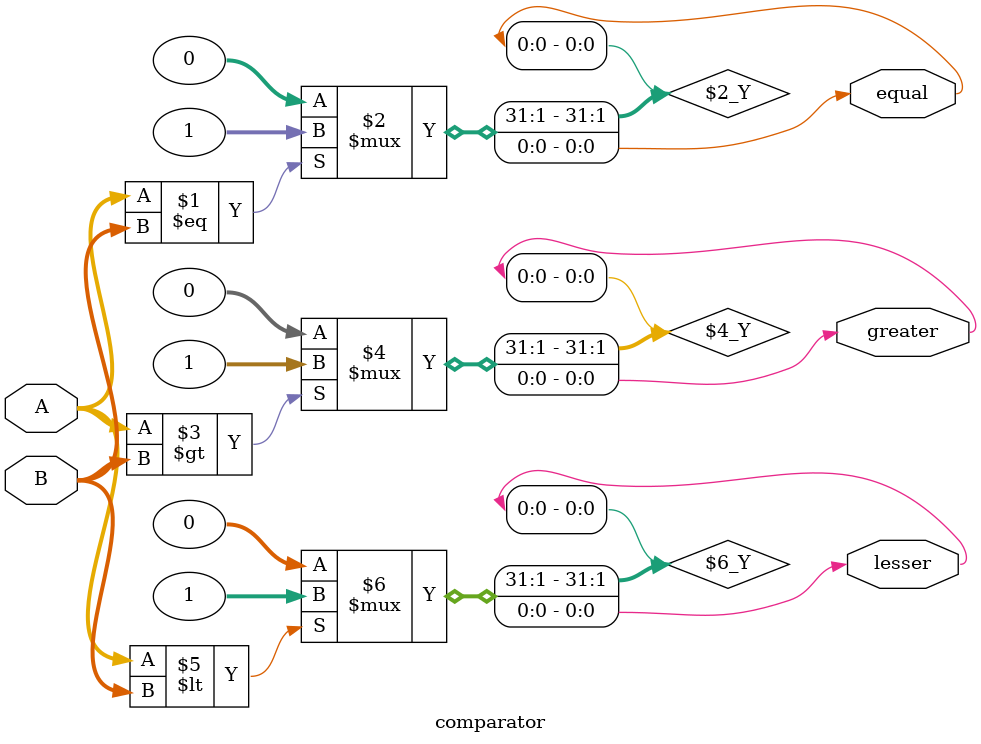
<source format=v>
module comparator
#(parameter WIDTH = 8)
(
    input [WIDTH-1:0] A, B,
    output equal, greater, lesser
);

assign equal = (A == B)? 1 : 0;
assign greater = (A > B)? 1 : 0;
assign lesser = (A < B)? 1 : 0;

endmodule
</source>
